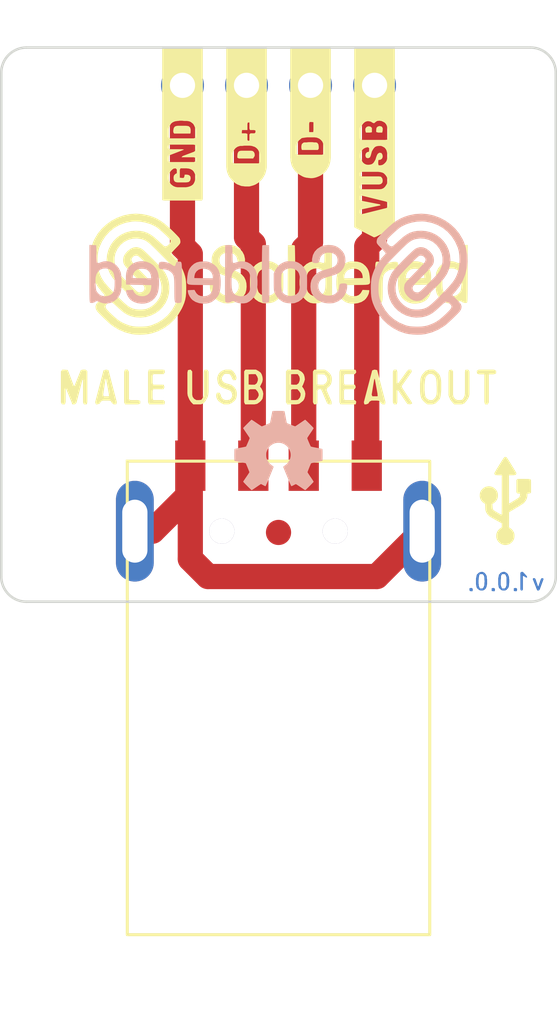
<source format=kicad_pcb>
(kicad_pcb (version 20210126) (generator pcbnew)
  (layers (0 "F.Cu" mixed) (31 "B.Cu" signal) (34 "B.Paste" user) (35 "F.Paste" user) (36 "B.SilkS" user "B.Silkscreen") (37 "F.SilkS" user "F.Silkscreen") (38 "B.Mask" user) (39 "F.Mask" user) (44 "Edge.Cuts" user))
  (net 0 "")
  (net 1 "Net-(K1-Pad4)")
  (net 2 "Net-(K1-Pad3)")
  (net 3 "Net-(K1-Pad2)")
  (net 4 "GND")
  (footprint "e-radionica.com footprinti:HOLE_3.2mm" (layer "F.Cu") (at 103 151)
    (fp_text reference "H1" hide)
    (fp_text value "HOLE_3.2mm" hide)
    (pad "" np_thru_hole circle (at 0 0) (size 3.2 3.2) (drill 3.2) (layers F&B.Cu *.Mask))
  )
  (footprint "Soldered Graphics:Symbol-Front-USB" (layer "F.Cu") (at 120 166)
    (fp_text reference "G***" hide)
    (fp_text value "LOGO" hide)
  )
  (footprint "e-radionica.com footprinti:HEADER_MALE_4X1" (layer "F.Cu") (at 111 149.5)
    (fp_text reference "K1")
    (fp_text value "HEADER_MALE_4X1")
    (pad "1" thru_hole circle (at -3.81 0) (size 1.7 1.7) (drill 1) (layers *.Cu *.Mask) (net 4 "GND"))
    (pad "2" thru_hole circle (at -1.27 0) (size 1.7 1.7) (drill 1) (layers *.Cu *.Mask) (net 3 "Net-(K1-Pad2)"))
    (pad "3" thru_hole circle (at 1.27 0) (size 1.7 1.7) (drill 1) (layers *.Cu *.Mask) (net 2 "Net-(K1-Pad3)"))
    (pad "4" thru_hole circle (at 3.81 0) (size 1.7 1.7) (drill 1) (layers *.Cu *.Mask) (net 1 "Net-(K1-Pad4)"))
  )
  (footprint "buzzardLabel" (layer "F.Cu") (at 111 161.5)
    (fp_text reference "" (at 0 0) (layer "F.SilkS") (effects (font (size 1.27 1.27))))
    (fp_text value "" (at 0 0) (layer "F.SilkS") (effects (font (size 1.27 1.27))))
  )
  (footprint "Soldered Graphics:Logo-Front-SolderedFULL-15mm" (layer "F.Cu") (at 111 157)
    (fp_text reference "REF**" hide)
    (fp_text value "Logo-Front-SolderedFULL-15mm" hide)
  )
  (footprint "e-radionica.com footprinti:USB_A_MALE_CONNECTOR" (layer "F.Cu") (at 111 164.6)
    (fp_text reference "K2")
    (fp_text value "USB-A-MALE-CONNECTOR")
    (pad "" thru_hole circle (at -2.25 2.6) (size 1 1) (drill 1) (layers *.Cu *.Mask))
    (pad "" thru_hole circle (at 2.25 2.6) (size 1 1) (drill 1) (layers *.Cu *.Mask))
    (pad "1" smd rect (at -3.5 0) (size 1.2 2) (layers "F.Cu" "F.Paste" "F.Mask") (net 4 "GND"))
    (pad "2" smd rect (at -1 0) (size 1.2 2) (layers "F.Cu" "F.Paste" "F.Mask") (net 3 "Net-(K1-Pad2)"))
    (pad "3" smd rect (at 1 0) (size 1.2 2) (layers "F.Cu" "F.Paste" "F.Mask") (net 2 "Net-(K1-Pad3)"))
    (pad "4" smd rect (at 3.5 0) (size 1.2 2) (layers "F.Cu" "F.Paste" "F.Mask") (net 1 "Net-(K1-Pad4)"))
    (pad "5" thru_hole oval (at 5.7 2.6) (size 1.5 4) (drill oval 1 2.5) (layers *.Cu *.Mask) (net 4 "GND"))
    (pad "5" thru_hole oval (at -5.7 2.6) (size 1.5 4) (drill oval 1 2.5) (layers *.Cu *.Mask) (net 4 "GND"))
  )
  (footprint "e-radionica.com footprinti:FIDUCIAL_1MM_PASTE" (layer "F.Cu") (at 111 167.25)
    (fp_text reference "FD1")
    (fp_text value "Fiducial_Stencil")
    (pad "1" smd circle (at 0 0) (size 1 1) (property pad_prop_fiducial_glob) (layers "F.Cu" "F.Paste" "F.Mask"))
  )
  (footprint "buzzardLabel" (layer "F.Cu") (at 107.19 147.6 90)
    (fp_text reference "" (at 0 0 90) (layer "F.SilkS") (effects (font (size 1.27 1.27))))
    (fp_text value "" (at 0 0 90) (layer "F.SilkS") (effects (font (size 1.27 1.27))))
  )
  (footprint "buzzardLabel" (layer "F.Cu") (at 114.81 147.6 90)
    (fp_text reference "" (at 0 0 90) (layer "F.SilkS") (effects (font (size 1.27 1.27))))
    (fp_text value "" (at 0 0 90) (layer "F.SilkS") (effects (font (size 1.27 1.27))))
  )
  (footprint "Soldered Graphics:Logo-Back-OSH-3.5mm" (layer "F.Cu") (at 111 164)
    (fp_text reference "G***" hide)
    (fp_text value "LOGO" hide)
  )
  (footprint "buzzardLabel" (layer "F.Cu") (at 112.27 147.6 90)
    (fp_text reference "" (at 0 0 90) (layer "F.SilkS") (effects (font (size 1.27 1.27))))
    (fp_text value "" (at 0 0 90) (layer "F.SilkS") (effects (font (size 1.27 1.27))))
  )
  (footprint "Soldered Graphics:Logo-Back-SolderedFULL-15mm" (layer "F.Cu") (at 111 157)
    (fp_text reference "REF**" hide)
    (fp_text value "Logo-Front-SolderedFULL-15mm" hide)
  )
  (footprint "buzzardLabel" (layer "F.Cu") (at 109.73 147.6 90)
    (fp_text reference "" (at 0 0 90) (layer "F.SilkS") (effects (font (size 1.27 1.27))))
    (fp_text value "" (at 0 0 90) (layer "F.SilkS") (effects (font (size 1.27 1.27))))
  )
  (footprint "e-radionica.com footprinti:HOLE_3.2mm" (layer "F.Cu") (at 119 151)
    (fp_text reference "H2" hide)
    (fp_text value "HOLE_3.2mm" hide)
    (pad "" np_thru_hole circle (at 0 0) (size 3.2 3.2) (drill 3.2) (layers F&B.Cu *.Mask))
  )
  (footprint "Soldered Graphics:Version1.0.0." (layer "B.Cu") (at 120 169.2 180)
    (fp_text reference "" (at 0 0) (layer "B.SilkS") (effects (font (size 1.27 1.27)) (justify mirror)))
    (fp_text value "" (at 0 0) (layer "B.SilkS") (effects (font (size 1.27 1.27)) (justify mirror)))
    (fp_poly (pts (xy 0.43 -0.38) (xy 0.48 -0.38) (xy 0.54 -0.37) (xy 0.54 -0.33) (xy 0.54 -0.27) (xy 0.5 -0.26) (xy 0.45 -0.26) (xy 0.42 -0.29) (xy 0.42 -0.34) (xy 0.43 -0.38)) (layer "B.Cu") (width 0.01) (fill solid))
    (fp_poly (pts (xy -1.33 -0.35) (xy -1.27 -0.35) (xy -1.25 -0.31) (xy -1.09 0.1) (xy -1.11 0.13) (xy -1.16 0.13) (xy -1.19 0.1) (xy -1.28 -0.16) (xy -1.3 -0.21) (xy -1.32 -0.17) (xy -1.41 0.09) (xy -1.44 0.13) (xy -1.49 0.13) (xy -1.51 0.1) (xy -1.36 -0.31) (xy -1.33 -0.35)) (layer "B.Cu") (width 0.01) (fill solid))
    (fp_poly (pts (xy 0.06 -0.35) (xy 0.11 -0.35) (xy 0.17 -0.33) (xy 0.13 -0.28) (xy 0.03 -0.28) (xy -0.01 -0.25) (xy -0.03 -0.2) (xy -0.05 -0.15) (xy -0.05 -0.11) (xy -0.05 0.01) (xy -0.05 0.13) (xy -0.05 0.17) (xy -0.03 0.22) (xy -0.01 0.27) (xy 0.02 0.3) (xy 0.13 0.3) (xy 0.16 0.26) (xy 0.18 0.21) (xy 0.18 0.15) (xy 0.19 0.05) (xy 0.19 -0.08) (xy 0.19 -0.12) (xy 0.18 -0.17) (xy 0.16 -0.22) (xy 0.14 -0.27) (xy 0.14 -0.28) (xy 0.17 -0.32) (xy 0.21 -0.29) (xy 0.24 -0.26) (xy 0.26 -0.22) (xy 0.27 -0.16) (xy 0.28 -0.11) (xy 0.28 -0.06) (xy 0.28 0.06) (xy 0.28 0.12) (xy 0.27 0.17) (xy 0.26 0.22) (xy 0.25 0.27) (xy 0.22 0.3) (xy 0.19 0.34) (xy 0.13 0.37) (xy 0.08 0.38) (xy 0.02 0.38) (xy -0.03 0.35) (xy -0.08 0.31) (xy -0.1 0.28) (xy -0.12 0.23) (xy -0.14 0.18) (xy -0.14 0.13) (xy -0.15 0.08) (xy -0.15 -0.04) (xy -0.14 -0.1) (xy -0.14 -0.14) (xy -0.13 -0.2) (xy -0.11 -0.25) (xy -0.08 -0.28) (xy -0.05 -0.32) (xy 0.01 -0.35) (xy 0.06 -0.35)) (layer "B.Cu") (width 0.01) (fill solid))
    (fp_poly (pts (xy -0.67 -0.35) (xy -0.62 -0.35) (xy -0.6 -0.31) (xy -0.6 0.35) (xy -0.64 0.38) (xy -0.69 0.38) (xy -0.73 0.34) (xy -0.84 0.22) (xy -0.86 0.17) (xy -0.83 0.16) (xy -0.73 0.22) (xy -0.69 0.23) (xy -0.69 -0.31) (xy -0.67 -0.35)) (layer "B.Cu") (width 0.01) (fill solid))
    (fp_poly (pts (xy -0.44 -0.38) (xy -0.39 -0.38) (xy -0.34 -0.37) (xy -0.34 -0.33) (xy -0.34 -0.27) (xy -0.38 -0.26) (xy -0.43 -0.26) (xy -0.46 -0.29) (xy -0.46 -0.34) (xy -0.44 -0.38)) (layer "B.Cu") (width 0.01) (fill solid))
    (fp_poly (pts (xy 0.93 -0.35) (xy 0.99 -0.35) (xy 1.04 -0.33) (xy 1.01 -0.28) (xy 0.91 -0.28) (xy 0.87 -0.25) (xy 0.85 -0.2) (xy 0.83 -0.15) (xy 0.83 -0.11) (xy 0.82 0.01) (xy 0.83 0.13) (xy 0.83 0.17) (xy 0.84 0.22) (xy 0.87 0.27) (xy 0.9 0.3) (xy 1.01 0.3) (xy 1.04 0.26) (xy 1.05 0.21) (xy 1.06 0.15) (xy 1.07 0.05) (xy 1.07 -0.08) (xy 1.06 -0.12) (xy 1.06 -0.17) (xy 1.04 -0.22) (xy 1.02 -0.27) (xy 1.01 -0.28) (xy 1.05 -0.32) (xy 1.09 -0.29) (xy 1.12 -0.26) (xy 1.14 -0.22) (xy 1.15 -0.16) (xy 1.16 -0.11) (xy 1.16 -0.06) (xy 1.16 0.06) (xy 1.16 0.12) (xy 1.15 0.17) (xy 1.14 0.22) (xy 1.13 0.27) (xy 1.1 0.3) (xy 1.06 0.34) (xy 1.01 0.37) (xy 0.95 0.38) (xy 0.9 0.38) (xy 0.84 0.35) (xy 0.8 0.31) (xy 0.78 0.28) (xy 0.75 0.23) (xy 0.74 0.18) (xy 0.74 0.13) (xy 0.73 0.08) (xy 0.73 -0.04) (xy 0.73 -0.1) (xy 0.74 -0.14) (xy 0.75 -0.2) (xy 0.77 -0.25) (xy 0.79 -0.28) (xy 0.83 -0.32) (xy 0.89 -0.35) (xy 0.93 -0.35)) (layer "B.Cu") (width 0.01) (fill solid))
    (fp_poly (pts (xy 1.31 -0.38) (xy 1.36 -0.38) (xy 1.41 -0.37) (xy 1.42 -0.33) (xy 1.42 -0.27) (xy 1.38 -0.26) (xy 1.33 -0.26) (xy 1.3 -0.29) (xy 1.3 -0.34) (xy 1.31 -0.38)) (layer "B.Cu") (width 0.01) (fill solid))
  )
  (gr_line (start 122 169) (end 122 149) (layer "Edge.Cuts") (width 0.1))
  (gr_line (start 121 148) (end 101 148) (layer "Edge.Cuts") (width 0.1))
  (gr_arc (start 121 169) (end 121 170) (angle -90) (layer "Edge.Cuts") (width 0.1))
  (gr_arc (start 101 169) (end 101 170) (angle 90) (layer "Edge.Cuts") (width 0.1))
  (gr_arc (start 121 149) (end 121 148) (angle 90) (layer "Edge.Cuts") (width 0.1))
  (gr_arc (start 101 149) (end 101 148) (angle -90) (layer "Edge.Cuts") (width 0.1))
  (gr_line (start 101 170) (end 121 170) (layer "Edge.Cuts") (width 0.1))
  (gr_line (start 100 149) (end 100 169) (layer "Edge.Cuts") (width 0.1))
  (segment (start 114.5 155.9) (end 114.81 155.59) (width 1) (layer "F.Cu") (net 1))
  (segment (start 114.5 164.6) (end 114.5 155.9) (width 1) (layer "F.Cu") (net 1))
  (segment (start 114.81 155.59) (end 114.81 149.5) (width 1) (layer "F.Cu") (net 1))
  (segment (start 112 164.6) (end 112 156) (width 1) (layer "F.Cu") (net 2))
  (segment (start 112 156) (end 112.27 155.73) (width 1) (layer "F.Cu") (net 2))
  (segment (start 112.27 155.73) (end 112.27 149.5) (width 1) (layer "F.Cu") (net 2))
  (segment (start 109.73 155.53) (end 109.73 149.5) (width 1) (layer "F.Cu") (net 3))
  (segment (start 110 155.8) (end 109.73 155.53) (width 1) (layer "F.Cu") (net 3))
  (segment (start 110 164.6) (end 110 155.8) (width 1) (layer "F.Cu") (net 3))
  (segment (start 107.5 164.6) (end 107.5 156.2) (width 1) (layer "F.Cu") (net 4))
  (segment (start 114.9 169) (end 116.7 167.2) (width 1) (layer "F.Cu") (net 4))
  (segment (start 108.2 169) (end 114.9 169) (width 1) (layer "F.Cu") (net 4))
  (segment (start 107.19 155.89) (end 107.19 149.5) (width 1) (layer "F.Cu") (net 4))
  (segment (start 107.5 168.3) (end 108.2 169) (width 1) (layer "F.Cu") (net 4))
  (segment (start 107.5 156.2) (end 107.19 155.89) (width 1) (layer "F.Cu") (net 4))
  (segment (start 107.5 165.7) (end 107.5 168.3) (width 1) (layer "F.Cu") (net 4))
  (segment (start 107.5 165.7) (end 107.5 164.6) (width 1) (layer "F.Cu") (net 4))
  (segment (start 105.3 167.2) (end 106 167.2) (width 1) (layer "F.Cu") (net 4))
  (segment (start 106 167.2) (end 107.5 165.7) (width 1) (layer "F.Cu") (net 4))
)
</source>
